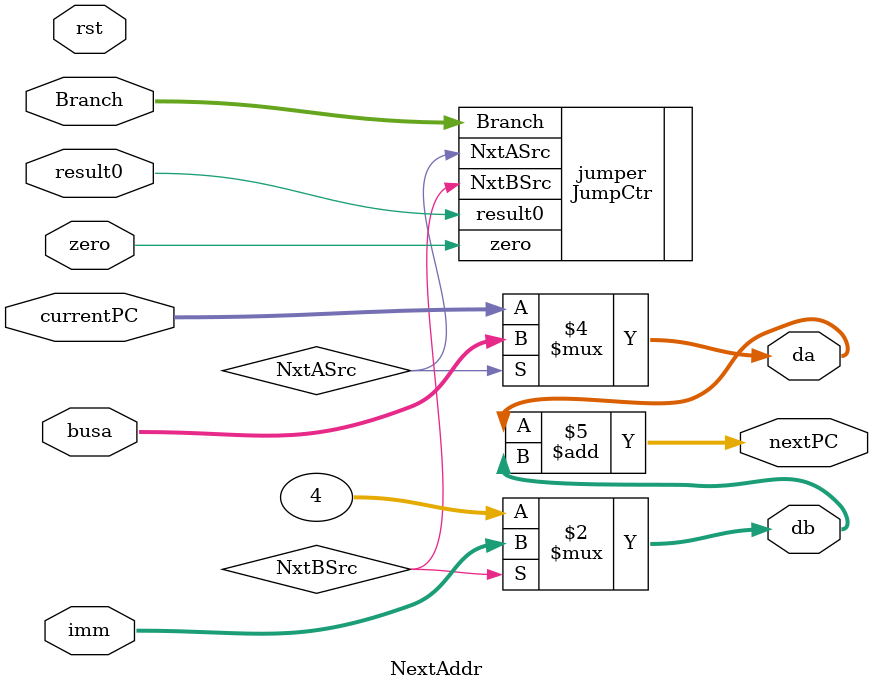
<source format=v>
`timescale 1ns / 1ps

module NextAddr(
    input zero,
    input rst,
    input result0,
    input [2:0] Branch,
    input [31:0] imm,
    input [31:0] currentPC,
    input [31:0] busa,
    output [31:0] nextPC,
    output [31:0] da, db
);
    wire NxtASrc, NxtBSrc;
    JumpCtr jumper (
        .zero(zero),
        .result0(result0),
        .Branch(Branch),
        .NxtASrc(NxtASrc),
        .NxtBSrc(NxtBSrc)
    );
    //wire [31:0] da, db;
    assign db = (NxtBSrc == 1) ? imm : 32'h00000004;
    assign da = (NxtASrc == 1) ? busa : currentPC;
    
    assign nextPC = da + db;
endmodule
</source>
